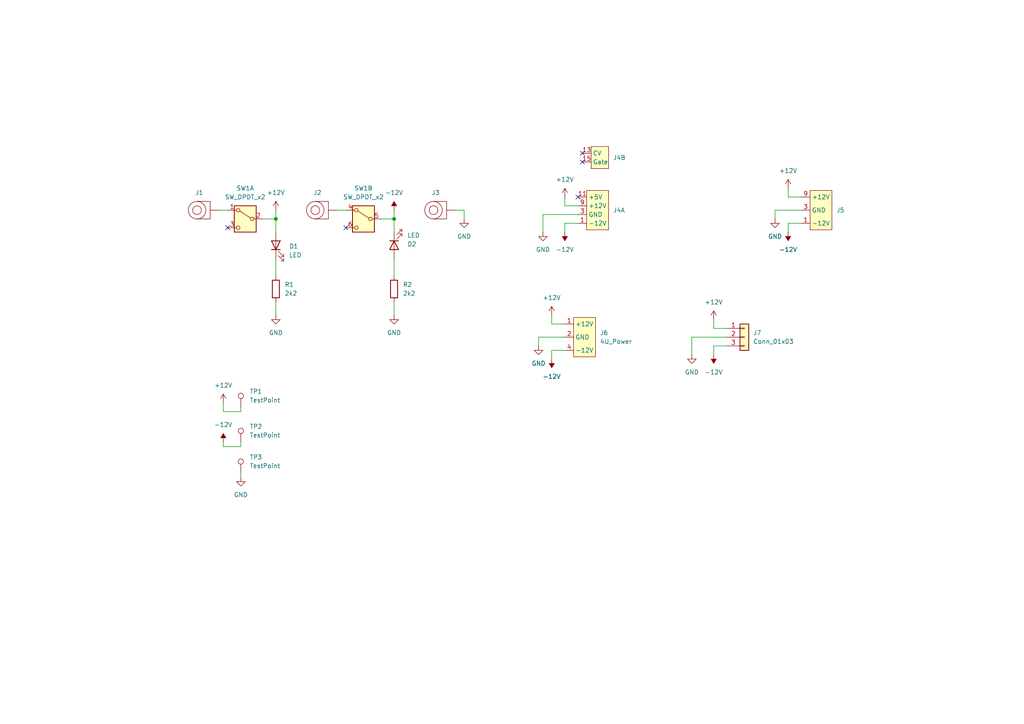
<source format=kicad_sch>
(kicad_sch (version 20231120) (generator "eeschema") (generator_version "8.0")
  (paper "A4")
  (title_block (comment 2 "creativecommons.org/licenses/by/4.0/") (comment 3 "License: CC BY 4.0") (comment 4 "Author: Guy John"))
  (lib_symbols
    (symbol "Connector:TestPoint" (pin_numbers hide) (pin_names (offset 0.762) hide)
      (property "Reference" "TP" (at 0 6.858 0))
      (property "Value" "TestPoint" (at 0 5.08 0))
      (symbol "TestPoint_0_1"
        (circle (center 0 3.302) (radius 0.762))
      )
      (symbol "TestPoint_1_1"
        (pin passive line (at 0 0 90) (length 2.54) (name "1") (number "1"))
      )
    )
    (symbol "Connector_Generic:Conn_01x03" (pin_names (offset 1.016) hide)
      (property "Reference" "J" (at 0 5.08 0))
      (property "Value" "Conn_01x03" (at 0 -5.08 0))
      (symbol "Conn_01x03_1_1"
        (rectangle (start -1.27 -2.413) (end 0 -2.667) (stroke (width 0.1524)))
        (rectangle (start -1.27 0.127) (end 0 -0.127) (stroke (width 0.1524)))
        (rectangle (start -1.27 2.667) (end 0 2.413) (stroke (width 0.1524)))
        (rectangle (start -1.27 3.81) (end 1.27 -3.81) (stroke (width 0.254)) (fill (type background)))
        (pin passive line (at -5.08 2.54 0) (length 3.81) (name "Pin_1") (number "1"))
        (pin passive line (at -5.08 0 0) (length 3.81) (name "Pin_2") (number "2"))
        (pin passive line (at -5.08 -2.54 0) (length 3.81) (name "Pin_3") (number "3"))
      )
    )
    (symbol "Device:LED" (pin_numbers hide) (pin_names (offset 1.016) hide)
      (property "Reference" "D" (at 0 2.54 0))
      (property "Value" "LED" (at 0 -2.54 0))
      (symbol "LED_0_1"
        (polyline (pts (xy -1.27 -1.27) (xy -1.27 1.27)) (stroke (width 0.254)))
        (polyline (pts (xy -1.27 0) (xy 1.27 0)))
        (polyline (pts (xy 1.27 -1.27) (xy 1.27 1.27) (xy -1.27 0) (xy 1.27 -1.27)) (stroke (width 0.254)))
        (polyline (pts (xy -3.048 -0.762) (xy -4.572 -2.286) (xy -3.81 -2.286) (xy -4.572 -2.286) (xy -4.572 -1.524)))
        (polyline (pts (xy -1.778 -0.762) (xy -3.302 -2.286) (xy -2.54 -2.286) (xy -3.302 -2.286) (xy -3.302 -1.524)))
      )
      (symbol "LED_1_1"
        (pin passive line (at -3.81 0 0) (length 2.54) (name "K") (number "1"))
        (pin passive line (at 3.81 0 180) (length 2.54) (name "A") (number "2"))
      )
    )
    (symbol "Rumblesan_4U_Hardware:4U_Power"
      (property "Reference" "J" (at 0 6.985 0))
      (property "Value" "4U_Power" (at 0 -6.985 0))
      (symbol "4U_Power_0_1"
        (rectangle (start -2.54 5.715) (end 3.81 -5.715) (stroke (width 0.1524)) (fill (type background)))
      )
      (symbol "4U_Power_1_1"
        (pin power_out line (at 6.35 3.81 180) (length 2.54) (name "+12V") (number "1"))
        (pin power_out line (at 6.35 0 180) (length 2.54) (name "GND") (number "2"))
        (pin passive line (at 6.35 0 180) (length 2.54) hide (name "GND") (number "3"))
        (pin power_out line (at 6.35 -3.81 180) (length 2.54) (name "-12V") (number "4"))
      )
    )
    (symbol "Rumblesan_Banana_Jacks:Banana_Socket_PCBMount" (pin_numbers hide) (pin_names (offset 1.016) hide)
      (property "Reference" "J" (at 0 3.81 0))
      (symbol "Banana_Socket_PCBMount_0_1"
        (polyline (pts (xy 0 2.54) (xy 3.81 2.54) (xy 3.81 -2.54) (xy 0 -2.54)))
        (circle (center 0 0) (radius 1.27))
        (circle (center 0 0) (radius 2.54))
      )
      (symbol "Banana_Socket_PCBMount_1_1"
        (pin bidirectional line (at 6.35 0 180) (length 2.54) (name "~") (number "1"))
      )
    )
    (symbol "Rumblesan_Eurorack_Power:Eurorack Power Large"
      (property "Reference" "J?" (at 0.635 8.255 0))
      (symbol "Eurorack Power Large_1_1"
        (rectangle (start -2.54 6.985) (end 3.81 -4.445) (stroke (width 0.1524)) (fill (type background)))
        (pin power_out line (at 6.35 -2.54 180) (length 2.54) (name "-12V") (number "1"))
        (pin passive line (at 6.35 2.54 180) (length 2.54) hide (name "+12V") (number "10"))
        (pin power_out line (at 6.35 5.08 180) (length 2.54) (name "+5V") (number "11"))
        (pin passive line (at 6.35 5.08 180) (length 2.54) hide (name "+5V") (number "12"))
        (pin passive line (at 6.35 -2.54 180) (length 2.54) hide (name "-12V") (number "2"))
        (pin power_out line (at 6.35 0 180) (length 2.54) (name "GND") (number "3"))
        (pin passive line (at 6.35 0 180) (length 2.54) hide (name "GND") (number "4"))
        (pin passive line (at 6.35 0 180) (length 2.54) hide (name "GND") (number "5"))
        (pin passive line (at 6.35 0 180) (length 2.54) hide (name "GND") (number "6"))
        (pin passive line (at 6.35 0 180) (length 2.54) hide (name "GND") (number "7"))
        (pin passive line (at 6.35 0 180) (length 2.54) hide (name "GND") (number "8"))
        (pin power_out line (at 6.35 2.54 180) (length 2.54) (name "+12V") (number "9"))
      )
      (symbol "Eurorack Power Large_2_1"
        (rectangle (start -1.27 4.445) (end 3.81 -1.905) (stroke (width 0.1524)) (fill (type background)))
        (pin passive line (at 6.35 2.54 180) (length 2.54) (name "CV") (number "13"))
        (pin passive line (at 6.35 2.54 180) (length 2.54) hide (name "CV") (number "14"))
        (pin passive line (at 6.35 0 180) (length 2.54) (name "Gate") (number "15"))
        (pin passive line (at 6.35 0 180) (length 2.54) hide (name "Gate") (number "16"))
      )
    )
    (symbol "Rumblesan_Eurorack_Power:Eurorack Power Small"
      (property "Reference" "J?" (at 0 6.985 0))
      (symbol "Eurorack Power Small_0_1"
        (rectangle (start -2.54 5.715) (end 3.81 -5.715) (stroke (width 0.1524)) (fill (type background)))
      )
      (symbol "Eurorack Power Small_1_1"
        (pin power_out line (at 6.35 -3.81 180) (length 2.54) (name "-12V") (number "1"))
        (pin passive line (at 6.35 3.81 180) (length 2.54) hide (name "+12V") (number "10"))
        (pin passive line (at 6.35 -3.81 180) (length 2.54) hide (name "-12V") (number "2"))
        (pin power_out line (at 6.35 0 180) (length 2.54) (name "GND") (number "3"))
        (pin passive line (at 6.35 0 180) (length 2.54) hide (name "GND") (number "4"))
        (pin passive line (at 6.35 0 180) (length 2.54) hide (name "GND") (number "5"))
        (pin passive line (at 6.35 0 180) (length 2.54) hide (name "GND") (number "6"))
        (pin passive line (at 6.35 0 180) (length 2.54) hide (name "GND") (number "7"))
        (pin passive line (at 6.35 0 180) (length 2.54) hide (name "GND") (number "8"))
        (pin power_out line (at 6.35 3.81 180) (length 2.54) (name "+12V") (number "9"))
      )
    )
    (symbol "Rumblesan_Standard_Parts:R" (pin_numbers hide) (pin_names (offset 0))
      (property "Reference" "R?" (at -4.318 0 90))
      (property "Value" "R" (at -2.286 0 90))
      (symbol "R_0_1"
        (rectangle (start -1.016 2.54) (end 1.016 -2.54) (stroke (width 0.254)))
      )
      (symbol "R_1_1"
        (pin passive line (at 0 3.81 270) (length 1.27) (name "~") (number "1"))
        (pin passive line (at 0 -3.81 90) (length 1.27) (name "~") (number "2"))
      )
    )
    (symbol "Switch:SW_DPDT_x2" (pin_names (offset 0) hide)
      (property "Reference" "SW" (at 0 5.08 0))
      (property "Value" "SW_DPDT_x2" (at 0 -5.08 0))
      (symbol "SW_DPDT_x2_0_0"
        (circle (center -2.032 0) (radius 0.508))
        (circle (center 2.032 -2.54) (radius 0.508))
      )
      (symbol "SW_DPDT_x2_0_1"
        (rectangle (start -3.175 3.81) (end 3.175 -3.81) (stroke (width 0.254)) (fill (type background)))
        (polyline (pts (xy -1.524 0.254) (xy 1.5748 2.286)))
        (circle (center 2.032 2.54) (radius 0.508))
      )
      (symbol "SW_DPDT_x2_1_1"
        (pin passive line (at 5.08 2.54 180) (length 2.54) (name "A") (number "1"))
        (pin passive line (at -5.08 0 0) (length 2.54) (name "B") (number "2"))
        (pin passive line (at 5.08 -2.54 180) (length 2.54) (name "C") (number "3"))
      )
      (symbol "SW_DPDT_x2_2_1"
        (pin passive line (at 5.08 2.54 180) (length 2.54) (name "A") (number "4"))
        (pin passive line (at -5.08 0 0) (length 2.54) (name "B") (number "5"))
        (pin passive line (at 5.08 -2.54 180) (length 2.54) (name "C") (number "6"))
      )
    )
    (symbol "power:+12V" (power) (pin_numbers hide) (pin_names (offset 0) hide)
      (property "Value" "+12V" (at 0 3.556 0))
      (symbol "+12V_0_1"
        (polyline (pts (xy -0.762 1.27) (xy 0 2.54)))
        (polyline (pts (xy 0 0) (xy 0 2.54)))
        (polyline (pts (xy 0 2.54) (xy 0.762 1.27)))
      )
      (symbol "+12V_1_1"
        (pin power_in line (at 0 0 90) (length 0) (name "~") (number "1"))
      )
    )
    (symbol "power:-12V" (power) (pin_numbers hide) (pin_names (offset 0) hide)
      (property "Value" "-12V" (at 0 3.556 0))
      (symbol "-12V_0_0"
        (pin power_in line (at 0 0 90) (length 0) (name "~") (number "1"))
      )
      (symbol "-12V_0_1"
        (polyline (pts (xy 0 0) (xy 0 1.27) (xy 0.762 1.27) (xy 0 2.54) (xy -0.762 1.27) (xy 0 1.27)) (fill (type outline)))
      )
    )
    (symbol "power:GND" (power) (pin_numbers hide) (pin_names (offset 0) hide)
      (property "Value" "GND" (at 0 -3.81 0))
      (symbol "GND_0_1"
        (polyline (pts (xy 0 0) (xy 0 -1.27) (xy 1.27 -1.27) (xy 0 -2.54) (xy -1.27 -1.27) (xy 0 -1.27)))
      )
      (symbol "GND_1_1"
        (pin power_in line (at 0 0 270) (length 0) (name "~") (number "1"))
      )
    )
  )
  (junction (at 114.3 63.5))
  (junction (at 80.01 63.5))
  (no_connect (at 100.33 66.04))
  (no_connect (at 168.91 46.99))
  (no_connect (at 167.64 57.15))
  (no_connect (at 66.04 66.04))
  (no_connect (at 168.91 44.45))
  (wire (pts (xy 163.83 97.79) (xy 156.21 97.79)))
  (wire (pts (xy 114.3 60.96) (xy 114.3 63.5)))
  (wire (pts (xy 114.3 87.63) (xy 114.3 91.44)))
  (wire (pts (xy 80.01 74.93) (xy 80.01 80.01)))
  (wire (pts (xy 163.83 101.6) (xy 160.02 101.6)))
  (wire (pts (xy 160.02 93.98) (xy 163.83 93.98)))
  (wire (pts (xy 64.77 129.54) (xy 64.77 128.27)))
  (wire (pts (xy 69.85 129.54) (xy 64.77 129.54)))
  (wire (pts (xy 69.85 118.11) (xy 69.85 119.38)))
  (wire (pts (xy 80.01 87.63) (xy 80.01 91.44)))
  (wire (pts (xy 110.49 63.5) (xy 114.3 63.5)))
  (wire (pts (xy 224.79 60.96) (xy 224.79 63.5)))
  (wire (pts (xy 207.01 100.33) (xy 207.01 102.87)))
  (wire (pts (xy 80.01 60.96) (xy 80.01 63.5)))
  (wire (pts (xy 167.64 62.23) (xy 157.48 62.23)))
  (wire (pts (xy 232.41 60.96) (xy 224.79 60.96)))
  (wire (pts (xy 132.08 60.96) (xy 134.62 60.96)))
  (wire (pts (xy 210.82 100.33) (xy 207.01 100.33)))
  (wire (pts (xy 163.83 57.15) (xy 163.83 59.69)))
  (wire (pts (xy 228.6 64.77) (xy 228.6 67.31)))
  (wire (pts (xy 64.77 119.38) (xy 64.77 116.84)))
  (wire (pts (xy 163.83 59.69) (xy 167.64 59.69)))
  (wire (pts (xy 69.85 119.38) (xy 64.77 119.38)))
  (wire (pts (xy 228.6 54.61) (xy 228.6 57.15)))
  (wire (pts (xy 207.01 92.71) (xy 207.01 95.25)))
  (wire (pts (xy 156.21 97.79) (xy 156.21 100.33)))
  (wire (pts (xy 167.64 64.77) (xy 163.83 64.77)))
  (wire (pts (xy 160.02 91.44) (xy 160.02 93.98)))
  (wire (pts (xy 160.02 101.6) (xy 160.02 104.14)))
  (wire (pts (xy 228.6 57.15) (xy 232.41 57.15)))
  (wire (pts (xy 134.62 60.96) (xy 134.62 63.5)))
  (wire (pts (xy 76.2 63.5) (xy 80.01 63.5)))
  (wire (pts (xy 200.66 97.79) (xy 200.66 102.87)))
  (wire (pts (xy 63.5 60.96) (xy 66.04 60.96)))
  (wire (pts (xy 69.85 128.27) (xy 69.85 129.54)))
  (wire (pts (xy 163.83 64.77) (xy 163.83 67.31)))
  (wire (pts (xy 210.82 97.79) (xy 200.66 97.79)))
  (wire (pts (xy 114.3 74.93) (xy 114.3 80.01)))
  (wire (pts (xy 80.01 63.5) (xy 80.01 67.31)))
  (wire (pts (xy 69.85 138.43) (xy 69.85 137.16)))
  (wire (pts (xy 207.01 95.25) (xy 210.82 95.25)))
  (wire (pts (xy 232.41 64.77) (xy 228.6 64.77)))
  (wire (pts (xy 157.48 62.23) (xy 157.48 67.31)))
  (wire (pts (xy 114.3 63.5) (xy 114.3 67.31)))
  (wire (pts (xy 97.79 60.96) (xy 100.33 60.96)))
  (symbol (lib_id "power:GND") (at 224.79 63.5 0) (unit 1)
    (property "Reference" "#PWR09" (effects (hide yes)))
    (property "Value" "GND" (at 224.79 68.58 0))
    (property "Description" "Power symbol creates a global label with name \"GND\" , ground" (effects (hide yes)))
  )
  (symbol (lib_id "power:+12V") (at 228.6 54.61 0) (unit 1)
    (property "Reference" "#PWR010" (effects (hide yes)))
    (property "Value" "+12V" (at 228.6 49.53 0))
    (property "Description" "Power symbol creates a global label with name \"+12V\"" (effects (hide yes)))
  )
  (symbol (lib_id "Rumblesan_Banana_Jacks:Banana_Socket_PCBMount") (at 91.44 60.96 0) (unit 1)
    (property "Reference" "J2" (at 92.075 55.88 0))
    (property "Value" "Banana Socket PCBMount" (effects (hide yes)))
    (property "Footprint" "Rumblesan_Audio_Connectors:Deltron_571_PCB_BananaJack" (effects (hide yes)))
    (property "Description" "A PCB mount banana socket" (effects (hide yes)))
    (property "Name" "asdf" (effects (hide yes)))
  )
  (symbol (lib_id "Rumblesan_4U_Hardware:4U_Power") (at 170.18 97.79 0) (mirror y) (unit 1)
    (property "Reference" "J6" (at 173.99 96.5199 0) (effects (justify right)))
    (property "Value" "4U_Power" (at 173.99 99.0599 0) (effects (justify right)))
    (property "Footprint" "4U_Power:4u_Power_Molex_KK-254_P2.54mm" (effects (hide yes)))
  )
  (symbol (lib_id "Rumblesan_Eurorack_Power:Eurorack Power Large") (at 173.99 62.23 0) (mirror y) (unit 1)
    (property "Reference" "J4" (at 177.8 60.9599 0) (effects (justify right)))
    (property "Value" "Conn_02x08_Odd_Even" (effects (hide yes)))
    (property "Footprint" "Rumblesan_Eurorack_Power:Eurorack_Power_IDC-Header_2x08_P2.54mm_Vertical" (effects (hide yes)))
  )
  (symbol (lib_id "power:-12V") (at 114.3 60.96 0) (unit 1)
    (property "Reference" "#PWR03" (effects (hide yes)))
    (property "Value" "-12V" (at 114.3 55.88 0))
    (property "Description" "Power symbol creates a global label with name \"-12V\"" (effects (hide yes)))
  )
  (symbol (lib_id "power:GND") (at 200.66 102.87 0) (unit 1)
    (property "Reference" "#PWR015" (effects (hide yes)))
    (property "Value" "GND" (at 200.66 107.95 0))
    (property "Description" "Power symbol creates a global label with name \"GND\" , ground" (effects (hide yes)))
  )
  (symbol (lib_id "Rumblesan_Eurorack_Power:Eurorack Power Large") (at 175.26 46.99 0) (mirror y) (unit 2)
    (property "Reference" "J4" (at 177.8 45.7199 0) (effects (justify right)))
    (property "Value" "Conn_02x08_Odd_Even" (effects (hide yes)))
    (property "Footprint" "Rumblesan_Eurorack_Power:Eurorack_Power_IDC-Header_2x08_P2.54mm_Vertical" (effects (hide yes)))
  )
  (symbol (lib_id "power:+12V") (at 80.01 60.96 0) (unit 1)
    (property "Reference" "#PWR02" (effects (hide yes)))
    (property "Value" "+12V" (at 80.01 55.88 0))
    (property "Description" "Power symbol creates a global label with name \"+12V\"" (effects (hide yes)))
  )
  (symbol (lib_id "Switch:SW_DPDT_x2") (at 105.41 63.5 0) (mirror y) (unit 2)
    (property "Reference" "SW1" (at 105.41 54.61 0))
    (property "Value" "SW_DPDT_x2" (at 105.41 57.15 0))
    (property "Description" "Switch, dual pole double throw, separate symbols" (effects (hide yes)))
  )
  (symbol (lib_id "Device:LED") (at 114.3 71.12 90) (mirror x) (unit 1)
    (property "Reference" "D2" (at 118.11 70.8026 90) (effects (justify right)))
    (property "Value" "LED" (at 118.11 68.2626 90) (effects (justify right)))
    (property "Description" "Light emitting diode" (effects (hide yes)))
  )
  (symbol (lib_id "power:+12V") (at 163.83 57.15 0) (unit 1)
    (property "Reference" "#PWR07" (effects (hide yes)))
    (property "Value" "+12V" (at 163.83 52.07 0))
    (property "Description" "Power symbol creates a global label with name \"+12V\"" (effects (hide yes)))
  )
  (symbol (lib_id "Connector:TestPoint") (at 69.85 118.11 0) (unit 1)
    (property "Reference" "TP1" (at 72.39 113.5379 0) (effects (justify left)))
    (property "Value" "TestPoint" (at 72.39 116.0779 0) (effects (justify left)))
    (property "Description" "test point" (effects (hide yes)))
  )
  (symbol (lib_id "power:GND") (at 69.85 138.43 0) (unit 1)
    (property "Reference" "#PWR020" (effects (hide yes)))
    (property "Value" "GND" (at 69.85 143.51 0))
    (property "Description" "Power symbol creates a global label with name \"GND\" , ground" (effects (hide yes)))
  )
  (symbol (lib_id "power:-12V") (at 64.77 128.27 0) (unit 1)
    (property "Reference" "#PWR019" (effects (hide yes)))
    (property "Value" "-12V" (at 64.77 123.19 0))
    (property "Description" "Power symbol creates a global label with name \"-12V\"" (effects (hide yes)))
  )
  (symbol (lib_id "power:+12V") (at 64.77 116.84 0) (unit 1)
    (property "Reference" "#PWR018" (effects (hide yes)))
    (property "Value" "+12V" (at 64.77 111.76 0))
    (property "Description" "Power symbol creates a global label with name \"+12V\"" (effects (hide yes)))
  )
  (symbol (lib_id "Rumblesan_Banana_Jacks:Banana_Socket_PCBMount") (at 57.15 60.96 0) (unit 1)
    (property "Reference" "J1" (at 57.785 55.88 0))
    (property "Value" "Banana Socket PCBMount" (effects (hide yes)))
    (property "Footprint" "Rumblesan_Audio_Connectors:Deltron_571_PCB_BananaJack" (effects (hide yes)))
    (property "Description" "A PCB mount banana socket" (effects (hide yes)))
    (property "Name" "asdf" (effects (hide yes)))
  )
  (symbol (lib_id "power:GND") (at 157.48 67.31 0) (unit 1)
    (property "Reference" "#PWR08" (effects (hide yes)))
    (property "Value" "GND" (at 157.48 72.39 0))
    (property "Description" "Power symbol creates a global label with name \"GND\" , ground" (effects (hide yes)))
  )
  (symbol (lib_id "power:+12V") (at 207.01 92.71 0) (unit 1)
    (property "Reference" "#PWR016" (effects (hide yes)))
    (property "Value" "+12V" (at 207.01 87.63 0))
    (property "Description" "Power symbol creates a global label with name \"+12V\"" (effects (hide yes)))
  )
  (symbol (lib_id "Rumblesan_Banana_Jacks:Banana_Socket_PCBMount") (at 125.73 60.96 0) (unit 1)
    (property "Reference" "J3" (at 126.365 55.88 0))
    (property "Value" "Banana Socket PCBMount" (effects (hide yes)))
    (property "Footprint" "Rumblesan_Audio_Connectors:Deltron_571_PCB_BananaJack" (effects (hide yes)))
    (property "Description" "A PCB mount banana socket" (effects (hide yes)))
    (property "Name" "asdf" (effects (hide yes)))
  )
  (symbol (lib_id "Rumblesan_Standard_Parts:R") (at 114.3 83.82 0) (unit 1)
    (property "Reference" "R2" (at 116.84 82.5499 0) (effects (justify left)))
    (property "Value" "2k2" (at 116.84 85.0899 0) (effects (justify left)))
    (property "Footprint" "Rumblesan_Standard_Parts:R_Axial_DIN0207_L6.3mm_D2.5mm_P10.16mm_Horizontal" (effects (hide yes)))
    (property "Description" "Resistor" (effects (hide yes)))
    (property "Tolerance" "1%" (effects (hide yes)))
    (property "Power" "0.5W" (effects (hide yes)))
    (property "Spec" "metal film" (effects (hide yes)))
  )
  (symbol (lib_id "Rumblesan_Standard_Parts:R") (at 80.01 83.82 0) (unit 1)
    (property "Reference" "R1" (at 82.55 82.5499 0) (effects (justify left)))
    (property "Value" "2k2" (at 82.55 85.0899 0) (effects (justify left)))
    (property "Footprint" "Rumblesan_Standard_Parts:R_Axial_DIN0207_L6.3mm_D2.5mm_P10.16mm_Horizontal" (effects (hide yes)))
    (property "Description" "Resistor" (effects (hide yes)))
    (property "Tolerance" "1%" (effects (hide yes)))
    (property "Power" "0.5W" (effects (hide yes)))
    (property "Spec" "metal film" (effects (hide yes)))
  )
  (symbol (lib_id "power:-12V") (at 160.02 104.14 180) (unit 1)
    (property "Reference" "#PWR014" (effects (hide yes)))
    (property "Value" "-12V" (at 160.02 109.22 0))
    (property "Description" "Power symbol creates a global label with name \"-12V\"" (effects (hide yes)))
  )
  (symbol (lib_id "power:-12V") (at 163.83 67.31 180) (unit 1)
    (property "Reference" "#PWR06" (effects (hide yes)))
    (property "Value" "-12V" (at 163.83 72.39 0))
    (property "Description" "Power symbol creates a global label with name \"-12V\"" (effects (hide yes)))
  )
  (symbol (lib_id "Switch:SW_DPDT_x2") (at 71.12 63.5 0) (mirror y) (unit 1)
    (property "Reference" "SW1" (at 71.12 54.61 0))
    (property "Value" "SW_DPDT_x2" (at 71.12 57.15 0))
    (property "Description" "Switch, dual pole double throw, separate symbols" (effects (hide yes)))
  )
  (symbol (lib_id "Device:LED") (at 80.01 71.12 90) (unit 1)
    (property "Reference" "D1" (at 83.82 71.4374 90) (effects (justify right)))
    (property "Value" "LED" (at 83.82 73.9774 90) (effects (justify right)))
    (property "Description" "Light emitting diode" (effects (hide yes)))
  )
  (symbol (lib_id "power:-12V") (at 207.01 102.87 180) (unit 1)
    (property "Reference" "#PWR017" (effects (hide yes)))
    (property "Value" "-12V" (at 207.01 107.95 0))
    (property "Description" "Power symbol creates a global label with name \"-12V\"" (effects (hide yes)))
  )
  (symbol (lib_id "power:-12V") (at 228.6 67.31 180) (unit 1)
    (property "Reference" "#PWR011" (effects (hide yes)))
    (property "Value" "-12V" (at 228.6 72.39 0))
    (property "Description" "Power symbol creates a global label with name \"-12V\"" (effects (hide yes)))
  )
  (symbol (lib_id "Rumblesan_Eurorack_Power:Eurorack Power Small") (at 238.76 60.96 0) (mirror y) (unit 1)
    (property "Reference" "J5" (at 242.57 60.9599 0) (effects (justify right)))
    (property "Value" "Conn_02x05_Odd_Even" (effects (hide yes)))
    (property "Footprint" "Rumblesan_Eurorack_Power:Eurorack_Power_IDC-Header_2x05_P2.54mm_Vertical" (effects (hide yes)))
  )
  (symbol (lib_id "power:GND") (at 80.01 91.44 0) (unit 1)
    (property "Reference" "#PWR01" (effects (hide yes)))
    (property "Value" "GND" (at 80.01 96.52 0))
    (property "Description" "Power symbol creates a global label with name \"GND\" , ground" (effects (hide yes)))
  )
  (symbol (lib_id "power:+12V") (at 160.02 91.44 0) (unit 1)
    (property "Reference" "#PWR013" (effects (hide yes)))
    (property "Value" "+12V" (at 160.02 86.36 0))
    (property "Description" "Power symbol creates a global label with name \"+12V\"" (effects (hide yes)))
  )
  (symbol (lib_id "power:GND") (at 134.62 63.5 0) (unit 1)
    (property "Reference" "#PWR05" (effects (hide yes)))
    (property "Value" "GND" (at 134.62 68.58 0))
    (property "Description" "Power symbol creates a global label with name \"GND\" , ground" (effects (hide yes)))
  )
  (symbol (lib_id "power:GND") (at 114.3 91.44 0) (unit 1)
    (property "Reference" "#PWR04" (effects (hide yes)))
    (property "Value" "GND" (at 114.3 96.52 0))
    (property "Description" "Power symbol creates a global label with name \"GND\" , ground" (effects (hide yes)))
  )
  (symbol (lib_id "Connector:TestPoint") (at 69.85 137.16 0) (unit 1)
    (property "Reference" "TP3" (at 72.39 132.5879 0) (effects (justify left)))
    (property "Value" "TestPoint" (at 72.39 135.1279 0) (effects (justify left)))
    (property "Description" "test point" (effects (hide yes)))
  )
  (symbol (lib_id "Connector_Generic:Conn_01x03") (at 215.9 97.79 0) (unit 1)
    (property "Reference" "J7" (at 218.44 96.5199 0) (effects (justify left)))
    (property "Value" "Conn_01x03" (at 218.44 99.0599 0) (effects (justify left)))
    (property "Description" "Generic connector, single row, 01x03, script generated (kicad-library-utils/schlib/autogen/connector/)" (effects (hide yes)))
  )
  (symbol (lib_id "power:GND") (at 156.21 100.33 0) (unit 1)
    (property "Reference" "#PWR012" (effects (hide yes)))
    (property "Value" "GND" (at 156.21 105.41 0))
    (property "Description" "Power symbol creates a global label with name \"GND\" , ground" (effects (hide yes)))
  )
  (symbol (lib_id "Connector:TestPoint") (at 69.85 128.27 0) (unit 1)
    (property "Reference" "TP2" (at 72.39 123.6979 0) (effects (justify left)))
    (property "Value" "TestPoint" (at 72.39 126.2379 0) (effects (justify left)))
    (property "Description" "test point" (effects (hide yes)))
  )
)
</source>
